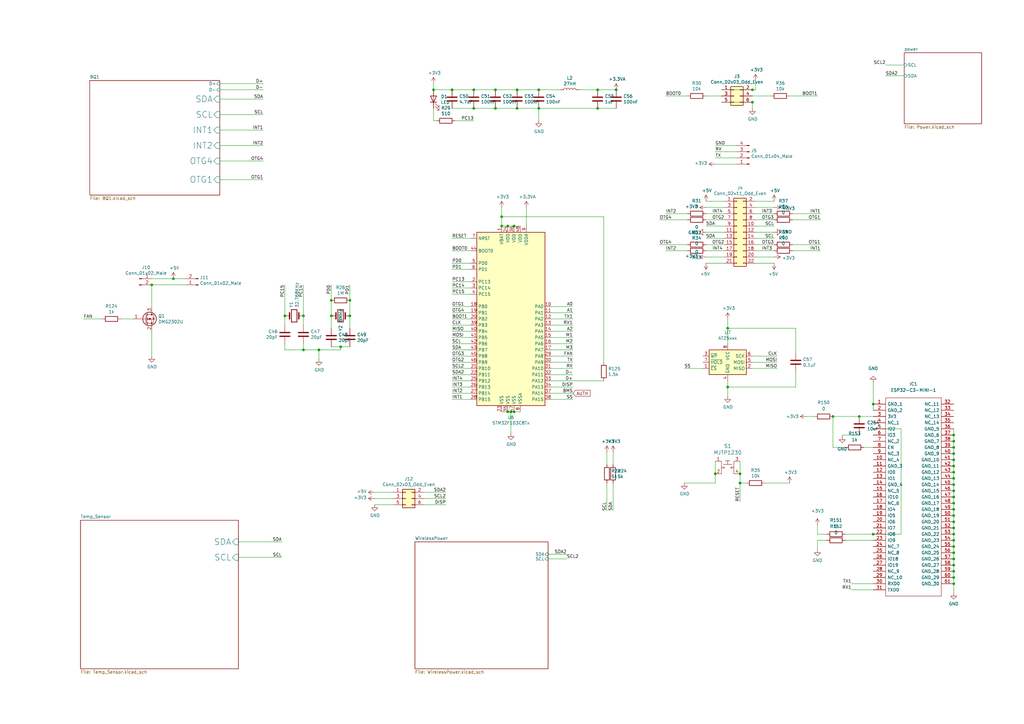
<source format=kicad_sch>
(kicad_sch (version 20211123) (generator eeschema)
  (paper "A3")
  (lib_symbols
    (symbol "Connector:Conn_01x02_Male" (pin_names (offset 1.016) hide)
      (property "Reference" "J" (at 0 2.54 0))
      (property "Value" "Conn_01x02_Male" (at 0 -5.08 0))
      (symbol "Conn_01x02_Male_1_1"
        (pin passive line (at 5.08 0 180) (length 3.81) (name "Pin_1") (number "1"))
        (pin passive line (at 5.08 -2.54 180) (length 3.81) (name "Pin_2") (number "2"))
      )
    )
    (symbol "Connector:Conn_01x04_Male" (pin_names (offset 1.016) hide)
      (property "Reference" "J" (at 0 5.08 0))
      (property "Value" "Conn_01x04_Male" (at 0 -7.62 0))
      (symbol "Conn_01x04_Male_1_1"
        (pin passive line (at 5.08 2.54 180) (length 3.81) (name "Pin_1") (number "1"))
        (pin passive line (at 5.08 0 180) (length 3.81) (name "Pin_2") (number "2"))
        (pin passive line (at 5.08 -2.54 180) (length 3.81) (name "Pin_3") (number "3"))
        (pin passive line (at 5.08 -5.08 180) (length 3.81) (name "Pin_4") (number "4"))
      )
    )
    (symbol "Connector_Generic:Conn_02x03_Odd_Even" (pin_names (offset 1.016) hide)
      (property "Reference" "J" (at 1.27 5.08 0))
      (property "Value" "Conn_02x03_Odd_Even" (at 1.27 -5.08 0))
      (symbol "Conn_02x03_Odd_Even_1_1"
        (pin passive line (at -5.08 2.54 0) (length 3.81) (name "Pin_1") (number "1"))
        (pin passive line (at 7.62 2.54 180) (length 3.81) (name "Pin_2") (number "2"))
        (pin passive line (at -5.08 0 0) (length 3.81) (name "Pin_3") (number "3"))
        (pin passive line (at 7.62 0 180) (length 3.81) (name "Pin_4") (number "4"))
        (pin passive line (at -5.08 -2.54 0) (length 3.81) (name "Pin_5") (number "5"))
        (pin passive line (at 7.62 -2.54 180) (length 3.81) (name "Pin_6") (number "6"))
      )
    )
    (symbol "Connector_Generic:Conn_02x11_Odd_Even" (pin_names (offset 1.016) hide)
      (property "Reference" "J" (at 1.27 15.24 0))
      (property "Value" "Conn_02x11_Odd_Even" (at 1.27 -15.24 0))
      (symbol "Conn_02x11_Odd_Even_1_1"
        (pin passive line (at -5.08 12.7 0) (length 3.81) (name "Pin_1") (number "1"))
        (pin passive line (at 7.62 2.54 180) (length 3.81) (name "Pin_10") (number "10"))
        (pin passive line (at -5.08 0 0) (length 3.81) (name "Pin_11") (number "11"))
        (pin passive line (at 7.62 0 180) (length 3.81) (name "Pin_12") (number "12"))
        (pin passive line (at -5.08 -2.54 0) (length 3.81) (name "Pin_13") (number "13"))
        (pin passive line (at 7.62 -2.54 180) (length 3.81) (name "Pin_14") (number "14"))
        (pin passive line (at -5.08 -5.08 0) (length 3.81) (name "Pin_15") (number "15"))
        (pin passive line (at 7.62 -5.08 180) (length 3.81) (name "Pin_16") (number "16"))
        (pin passive line (at -5.08 -7.62 0) (length 3.81) (name "Pin_17") (number "17"))
        (pin passive line (at 7.62 -7.62 180) (length 3.81) (name "Pin_18") (number "18"))
        (pin passive line (at -5.08 -10.16 0) (length 3.81) (name "Pin_19") (number "19"))
        (pin passive line (at 7.62 12.7 180) (length 3.81) (name "Pin_2") (number "2"))
        (pin passive line (at 7.62 -10.16 180) (length 3.81) (name "Pin_20") (number "20"))
        (pin passive line (at -5.08 -12.7 0) (length 3.81) (name "Pin_21") (number "21"))
        (pin passive line (at 7.62 -12.7 180) (length 3.81) (name "Pin_22") (number "22"))
        (pin passive line (at -5.08 10.16 0) (length 3.81) (name "Pin_3") (number "3"))
        (pin passive line (at 7.62 10.16 180) (length 3.81) (name "Pin_4") (number "4"))
        (pin passive line (at -5.08 7.62 0) (length 3.81) (name "Pin_5") (number "5"))
        (pin passive line (at 7.62 7.62 180) (length 3.81) (name "Pin_6") (number "6"))
        (pin passive line (at -5.08 5.08 0) (length 3.81) (name "Pin_7") (number "7"))
        (pin passive line (at 7.62 5.08 180) (length 3.81) (name "Pin_8") (number "8"))
        (pin passive line (at -5.08 2.54 0) (length 3.81) (name "Pin_9") (number "9"))
      )
    )
    (symbol "Device:C" (pin_numbers hide) (pin_names (offset 0.254))
      (property "Reference" "C" (at 0.635 2.54 0))
      (property "Value" "C" (at 0.635 -2.54 0))
      (symbol "C_1_1"
        (pin passive line (at 0 3.81 270) (length 2.794) (name "~") (number "1"))
        (pin passive line (at 0 -3.81 90) (length 2.794) (name "~") (number "2"))
      )
    )
    (symbol "Device:Crystal" (pin_numbers hide) (pin_names (offset 1.016) hide)
      (property "Reference" "Y" (at 0 3.81 0))
      (property "Value" "Crystal" (at 0 -3.81 0))
      (symbol "Crystal_1_1"
        (pin passive line (at -3.81 0 0) (length 1.27) (name "1") (number "1"))
        (pin passive line (at 3.81 0 180) (length 1.27) (name "2") (number "2"))
      )
    )
    (symbol "Device:L" (pin_numbers hide) (pin_names (offset 1.016) hide)
      (property "Reference" "L" (at -1.27 0 90))
      (property "Value" "L" (at 1.905 0 90))
      (symbol "L_1_1"
        (pin passive line (at 0 3.81 270) (length 1.27) (name "1") (number "1"))
        (pin passive line (at 0 -3.81 90) (length 1.27) (name "2") (number "2"))
      )
    )
    (symbol "Device:LED" (pin_numbers hide) (pin_names (offset 1.016) hide)
      (property "Reference" "D" (at 0 2.54 0))
      (property "Value" "LED" (at 0 -2.54 0))
      (symbol "LED_1_1"
        (pin passive line (at -3.81 0 0) (length 2.54) (name "K") (number "1"))
        (pin passive line (at 3.81 0 180) (length 2.54) (name "A") (number "2"))
      )
    )
    (symbol "Device:R" (pin_numbers hide) (pin_names (offset 0))
      (property "Reference" "R" (at 2.032 0 90))
      (property "Value" "R" (at 0 0 90))
      (symbol "R_1_1"
        (pin passive line (at 0 3.81 270) (length 1.27) (name "~") (number "1"))
        (pin passive line (at 0 -3.81 90) (length 1.27) (name "~") (number "2"))
      )
    )
    (symbol "MCU_ST_STM32F1:STM32F103C8Tx"
      (property "Reference" "U" (at -15.24 36.83 0))
      (property "Value" "STM32F103C8Tx" (at 7.62 36.83 0))
      (symbol "STM32F103C8Tx_1_1"
        (pin power_in line (at -5.08 38.1 270) (length 2.54) (name "VBAT") (number "1"))
        (pin bidirectional line (at 15.24 5.08 180) (length 2.54) (name "PA0") (number "10"))
        (pin bidirectional line (at 15.24 2.54 180) (length 2.54) (name "PA1") (number "11"))
        (pin bidirectional line (at 15.24 0 180) (length 2.54) (name "PA2") (number "12"))
        (pin bidirectional line (at 15.24 -2.54 180) (length 2.54) (name "PA3") (number "13"))
        (pin bidirectional line (at 15.24 -5.08 180) (length 2.54) (name "PA4") (number "14"))
        (pin bidirectional line (at 15.24 -7.62 180) (length 2.54) (name "PA5") (number "15"))
        (pin bidirectional line (at 15.24 -10.16 180) (length 2.54) (name "PA6") (number "16"))
        (pin bidirectional line (at 15.24 -12.7 180) (length 2.54) (name "PA7") (number "17"))
        (pin bidirectional line (at -17.78 5.08 0) (length 2.54) (name "PB0") (number "18"))
        (pin bidirectional line (at -17.78 2.54 0) (length 2.54) (name "PB1") (number "19"))
        (pin bidirectional line (at -17.78 15.24 0) (length 2.54) (name "PC13") (number "2"))
        (pin bidirectional line (at -17.78 0 0) (length 2.54) (name "PB2") (number "20"))
        (pin bidirectional line (at -17.78 -20.32 0) (length 2.54) (name "PB10") (number "21"))
        (pin bidirectional line (at -17.78 -22.86 0) (length 2.54) (name "PB11") (number "22"))
        (pin power_in line (at -5.08 -38.1 90) (length 2.54) (name "VSS") (number "23"))
        (pin power_in line (at -2.54 38.1 270) (length 2.54) (name "VDD") (number "24"))
        (pin bidirectional line (at -17.78 -25.4 0) (length 2.54) (name "PB12") (number "25"))
        (pin bidirectional line (at -17.78 -27.94 0) (length 2.54) (name "PB13") (number "26"))
        (pin bidirectional line (at -17.78 -30.48 0) (length 2.54) (name "PB14") (number "27"))
        (pin bidirectional line (at -17.78 -33.02 0) (length 2.54) (name "PB15") (number "28"))
        (pin bidirectional line (at 15.24 -15.24 180) (length 2.54) (name "PA8") (number "29"))
        (pin bidirectional line (at -17.78 12.7 0) (length 2.54) (name "PC14") (number "3"))
        (pin bidirectional line (at 15.24 -17.78 180) (length 2.54) (name "PA9") (number "30"))
        (pin bidirectional line (at 15.24 -20.32 180) (length 2.54) (name "PA10") (number "31"))
        (pin bidirectional line (at 15.24 -22.86 180) (length 2.54) (name "PA11") (number "32"))
        (pin bidirectional line (at 15.24 -25.4 180) (length 2.54) (name "PA12") (number "33"))
        (pin bidirectional line (at 15.24 -27.94 180) (length 2.54) (name "PA13") (number "34"))
        (pin power_in line (at -2.54 -38.1 90) (length 2.54) (name "VSS") (number "35"))
        (pin power_in line (at 0 38.1 270) (length 2.54) (name "VDD") (number "36"))
        (pin bidirectional line (at 15.24 -30.48 180) (length 2.54) (name "PA14") (number "37"))
        (pin bidirectional line (at 15.24 -33.02 180) (length 2.54) (name "PA15") (number "38"))
        (pin bidirectional line (at -17.78 -2.54 0) (length 2.54) (name "PB3") (number "39"))
        (pin bidirectional line (at -17.78 10.16 0) (length 2.54) (name "PC15") (number "4"))
        (pin bidirectional line (at -17.78 -5.08 0) (length 2.54) (name "PB4") (number "40"))
        (pin bidirectional line (at -17.78 -7.62 0) (length 2.54) (name "PB5") (number "41"))
        (pin bidirectional line (at -17.78 -10.16 0) (length 2.54) (name "PB6") (number "42"))
        (pin bidirectional line (at -17.78 -12.7 0) (length 2.54) (name "PB7") (number "43"))
        (pin input line (at -17.78 27.94 0) (length 2.54) (name "BOOT0") (number "44"))
        (pin bidirectional line (at -17.78 -15.24 0) (length 2.54) (name "PB8") (number "45"))
        (pin bidirectional line (at -17.78 -17.78 0) (length 2.54) (name "PB9") (number "46"))
        (pin power_in line (at 0 -38.1 90) (length 2.54) (name "VSS") (number "47"))
        (pin power_in line (at 2.54 38.1 270) (length 2.54) (name "VDD") (number "48"))
        (pin input line (at -17.78 22.86 0) (length 2.54) (name "PD0") (number "5"))
        (pin input line (at -17.78 20.32 0) (length 2.54) (name "PD1") (number "6"))
        (pin input line (at -17.78 33.02 0) (length 2.54) (name "NRST") (number "7"))
        (pin power_in line (at 2.54 -38.1 90) (length 2.54) (name "VSSA") (number "8"))
        (pin power_in line (at 5.08 38.1 270) (length 2.54) (name "VDDA") (number "9"))
      )
    )
    (symbol "Memory_EEPROM:AT25xxx"
      (property "Reference" "U" (at -7.62 6.35 0))
      (property "Value" "AT25xxx" (at 2.54 -6.35 0))
      (symbol "AT25xxx_1_1"
        (pin input line (at -10.16 -2.54 0) (length 2.54) (name "~{CS}") (number "1"))
        (pin tri_state line (at 10.16 -2.54 180) (length 2.54) (name "MISO") (number "2"))
        (pin input line (at -10.16 2.54 0) (length 2.54) (name "~{WP}") (number "3"))
        (pin power_in line (at 0 -7.62 90) (length 2.54) (name "GND") (number "4"))
        (pin input line (at 10.16 0 180) (length 2.54) (name "MOSI") (number "5"))
        (pin input line (at 10.16 2.54 180) (length 2.54) (name "SCK") (number "6"))
        (pin input line (at -10.16 0 0) (length 2.54) (name "~{HOLD}") (number "7"))
        (pin power_in line (at 0 7.62 270) (length 2.54) (name "VCC") (number "8"))
      )
    )
    (symbol "PowerBank-V0.2-rescue:MJTP1230-dk_Tactile-Switches" (pin_names (offset 1.016))
      (property "Reference" "S" (at 0 5.08 0))
      (property "Value" "MJTP1230-dk_Tactile-Switches" (at 0 -5.08 0))
      (symbol "MJTP1230-dk_Tactile-Switches_1_1"
        (pin passive line (at -5.08 2.54 0) (length 2.54) (name "~") (number "1"))
        (pin passive line (at -5.08 -2.54 0) (length 2.54) (name "~") (number "2"))
        (pin passive line (at 5.08 2.54 180) (length 2.54) (name "~") (number "3"))
        (pin passive line (at 5.08 -2.54 180) (length 2.54) (name "~") (number "4"))
      )
    )
    (symbol "PowerBankV0.2:ESP32-C3-MINI-1" (pin_names (offset 0.762))
      (property "Reference" "IC" (at 29.21 7.62 0))
      (property "Value" "ESP32-C3-MINI-1" (at 29.21 5.08 0))
      (symbol "ESP32-C3-MINI-1_0_0"
        (pin passive line (at 0 0 0) (length 5.08) (name "GND_1") (number "1"))
        (pin passive line (at 0 -22.86 0) (length 5.08) (name "NC_4") (number "10"))
        (pin passive line (at 0 -25.4 0) (length 5.08) (name "GND_3") (number "11"))
        (pin passive line (at 0 -27.94 0) (length 5.08) (name "IO0") (number "12"))
        (pin passive line (at 0 -30.48 0) (length 5.08) (name "IO1") (number "13"))
        (pin passive line (at 0 -33.02 0) (length 5.08) (name "GND_4") (number "14"))
        (pin passive line (at 0 -35.56 0) (length 5.08) (name "NC_5") (number "15"))
        (pin passive line (at 0 -38.1 0) (length 5.08) (name "IO10") (number "16"))
        (pin passive line (at 0 -40.64 0) (length 5.08) (name "NC_6") (number "17"))
        (pin passive line (at 0 -43.18 0) (length 5.08) (name "IO4") (number "18"))
        (pin passive line (at 0 -45.72 0) (length 5.08) (name "IO5") (number "19"))
        (pin passive line (at 0 -2.54 0) (length 5.08) (name "GND_2") (number "2"))
        (pin passive line (at 0 -48.26 0) (length 5.08) (name "IO6") (number "20"))
        (pin passive line (at 0 -50.8 0) (length 5.08) (name "IO7") (number "21"))
        (pin passive line (at 0 -53.34 0) (length 5.08) (name "IO8") (number "22"))
        (pin passive line (at 0 -55.88 0) (length 5.08) (name "IO9") (number "23"))
        (pin passive line (at 0 -58.42 0) (length 5.08) (name "NC_7") (number "24"))
        (pin passive line (at 0 -60.96 0) (length 5.08) (name "NC_8") (number "25"))
        (pin passive line (at 0 -63.5 0) (length 5.08) (name "IO18") (number "26"))
        (pin passive line (at 0 -66.04 0) (length 5.08) (name "IO19") (number "27"))
        (pin passive line (at 0 -68.58 0) (length 5.08) (name "NC_9") (number "28"))
        (pin passive line (at 0 -71.12 0) (length 5.08) (name "NC_10") (number "29"))
        (pin passive line (at 0 -5.08 0) (length 5.08) (name "3V3") (number "3"))
        (pin passive line (at 0 -73.66 0) (length 5.08) (name "RXD0") (number "30"))
        (pin passive line (at 0 -76.2 0) (length 5.08) (name "TXD0") (number "31"))
        (pin passive line (at 33.02 0 180) (length 5.08) (name "NC_11") (number "32"))
        (pin passive line (at 33.02 -2.54 180) (length 5.08) (name "NC_12") (number "33"))
        (pin passive line (at 33.02 -5.08 180) (length 5.08) (name "NC_13") (number "34"))
        (pin passive line (at 33.02 -7.62 180) (length 5.08) (name "NC_14") (number "35"))
        (pin passive line (at 33.02 -10.16 180) (length 5.08) (name "GND_5") (number "36"))
        (pin passive line (at 33.02 -12.7 180) (length 5.08) (name "GND_6") (number "37"))
        (pin passive line (at 33.02 -15.24 180) (length 5.08) (name "GND_7") (number "38"))
        (pin passive line (at 33.02 -17.78 180) (length 5.08) (name "GND_8") (number "39"))
        (pin passive line (at 0 -7.62 0) (length 5.08) (name "NC_1") (number "4"))
        (pin passive line (at 33.02 -20.32 180) (length 5.08) (name "GND_9") (number "40"))
        (pin passive line (at 33.02 -22.86 180) (length 5.08) (name "GND_10") (number "41"))
        (pin passive line (at 33.02 -25.4 180) (length 5.08) (name "GND_11") (number "42"))
        (pin passive line (at 33.02 -27.94 180) (length 5.08) (name "GND_12") (number "43"))
        (pin passive line (at 33.02 -30.48 180) (length 5.08) (name "GND_13") (number "44"))
        (pin passive line (at 33.02 -33.02 180) (length 5.08) (name "GND_14") (number "45"))
        (pin passive line (at 33.02 -35.56 180) (length 5.08) (name "GND_15") (number "46"))
        (pin passive line (at 33.02 -38.1 180) (length 5.08) (name "GND_16") (number "47"))
        (pin passive line (at 33.02 -40.64 180) (length 5.08) (name "GND_17") (number "48"))
        (pin passive line (at 33.02 -43.18 180) (length 5.08) (name "GND_18") (number "49"))
        (pin passive line (at 0 -10.16 0) (length 5.08) (name "IO2") (number "5"))
        (pin passive line (at 33.02 -45.72 180) (length 5.08) (name "GND_19") (number "50"))
        (pin passive line (at 33.02 -48.26 180) (length 5.08) (name "GND_20") (number "51"))
        (pin passive line (at 33.02 -50.8 180) (length 5.08) (name "GND_21") (number "52"))
        (pin passive line (at 33.02 -53.34 180) (length 5.08) (name "GND_22") (number "53"))
        (pin passive line (at 33.02 -55.88 180) (length 5.08) (name "GND_23") (number "54"))
        (pin passive line (at 33.02 -58.42 180) (length 5.08) (name "GND_24") (number "55"))
        (pin passive line (at 33.02 -60.96 180) (length 5.08) (name "GND_25") (number "56"))
        (pin passive line (at 33.02 -63.5 180) (length 5.08) (name "GND_26") (number "57"))
        (pin passive line (at 33.02 -66.04 180) (length 5.08) (name "GND_27") (number "58"))
        (pin passive line (at 33.02 -68.58 180) (length 5.08) (name "GND_28") (number "59"))
        (pin passive line (at 0 -12.7 0) (length 5.08) (name "IO3") (number "6"))
        (pin passive line (at 33.02 -71.12 180) (length 5.08) (name "GND_29") (number "60"))
        (pin passive line (at 33.02 -73.66 180) (length 5.08) (name "GND_30") (number "61"))
        (pin passive line (at 0 -15.24 0) (length 5.08) (name "NC_2") (number "7"))
        (pin passive line (at 0 -17.78 0) (length 5.08) (name "EN") (number "8"))
        (pin passive line (at 0 -20.32 0) (length 5.08) (name "NC_3") (number "9"))
      )
    )
    (symbol "Transistor_FET:DMG2302U" (pin_names hide)
      (property "Reference" "Q" (at 5.08 1.905 0))
      (property "Value" "DMG2302U" (at 5.08 0 0))
      (symbol "DMG2302U_1_1"
        (pin input line (at -5.08 0 0) (length 2.54) (name "G") (number "1"))
        (pin passive line (at 2.54 -5.08 90) (length 2.54) (name "S") (number "2"))
        (pin passive line (at 2.54 5.08 270) (length 2.54) (name "D") (number "3"))
      )
    )
    (symbol "power:+3.3V" (power) (pin_names (offset 0))
      (property "Value" "+3.3V" (at 0 3.556 0))
      (symbol "+3.3V_1_1"
        (pin power_in line (at 0 0 90) (length 0) hide (name "+3V3") (number "1"))
      )
    )
    (symbol "power:+3.3VA" (power) (pin_names (offset 0))
      (property "Value" "+3.3VA" (at 0 3.556 0))
      (symbol "+3.3VA_1_1"
        (pin power_in line (at 0 0 90) (length 0) hide (name "+3.3VA") (number "1"))
      )
    )
    (symbol "power:+5V" (power) (pin_names (offset 0))
      (property "Value" "+5V" (at 0 3.556 0))
      (symbol "+5V_1_1"
        (pin power_in line (at 0 0 90) (length 0) hide (name "+5V") (number "1"))
      )
    )
    (symbol "power:GND" (power) (pin_names (offset 0))
      (property "Value" "GND" (at 0 -3.81 0))
      (symbol "GND_1_1"
        (pin power_in line (at 0 0 270) (length 0) hide (name "GND") (number "1"))
      )
    )
  )
  (junction (at 135.89 123.19))
  (junction (at 391.16 191.135))
  (junction (at 391.16 239.395))
  (junction (at 116.84 129.54))
  (junction (at 245.11 36.83))
  (junction (at 245.11 44.45))
  (junction (at 391.16 203.835))
  (junction (at 308.61 36.83))
  (junction (at 391.16 231.775))
  (junction (at 391.16 193.675))
  (junction (at 391.16 219.075))
  (junction (at 293.37 194.31))
  (junction (at 391.16 213.995))
  (junction (at 352.425 170.815))
  (junction (at 298.45 134.62))
  (junction (at 194.31 44.45))
  (junction (at 391.16 198.755))
  (junction (at 391.16 224.155))
  (junction (at 143.51 129.54))
  (junction (at 205.74 88.9))
  (junction (at 124.46 129.54))
  (junction (at 177.8 36.83))
  (junction (at 303.53 198.12))
  (junction (at 194.31 36.83))
  (junction (at 391.16 201.295))
  (junction (at 391.16 188.595))
  (junction (at 203.2 44.45))
  (junction (at 391.16 226.695))
  (junction (at 391.16 221.615))
  (junction (at 391.16 206.375))
  (junction (at 391.16 178.435))
  (junction (at 391.16 186.055))
  (junction (at 391.16 208.915))
  (junction (at 391.16 236.855))
  (junction (at 139.7 142.24))
  (junction (at 208.28 168.91))
  (junction (at 208.28 92.71))
  (junction (at 124.46 143.51))
  (junction (at 391.16 183.515))
  (junction (at 209.55 168.91))
  (junction (at 308.61 41.91))
  (junction (at 185.42 36.83))
  (junction (at 303.53 194.31))
  (junction (at 210.82 92.71))
  (junction (at 205.74 92.71))
  (junction (at 143.51 123.19))
  (junction (at 298.45 158.75))
  (junction (at 391.16 180.975))
  (junction (at 220.98 36.83))
  (junction (at 358.14 219.075))
  (junction (at 135.89 129.54))
  (junction (at 71.12 114.3))
  (junction (at 391.16 234.315))
  (junction (at 212.09 44.45))
  (junction (at 220.98 44.45))
  (junction (at 210.82 168.91))
  (junction (at 391.16 229.235))
  (junction (at 391.16 211.455))
  (junction (at 341.63 170.815))
  (junction (at 203.2 36.83))
  (junction (at 130.81 143.51))
  (junction (at 62.23 116.84))
  (junction (at 391.16 196.215))
  (junction (at 212.09 36.83))
  (junction (at 391.16 216.535))
  (junction (at 252.73 36.83))
  (junction (at 358.14 165.735))
  (wire (pts (xy 193.04 107.95) (xy 185.42 107.95)))
  (wire (pts (xy 289.56 100.33) (xy 297.18 100.33)))
  (wire (pts (xy 391.16 196.215) (xy 391.16 198.755)))
  (wire (pts (xy 245.11 36.83) (xy 252.73 36.83)))
  (wire (pts (xy 226.06 151.13) (xy 234.95 151.13)))
  (wire (pts (xy 193.04 146.05) (xy 185.42 146.05)))
  (wire (pts (xy 289.56 87.63) (xy 297.18 87.63)))
  (wire (pts (xy 124.46 133.35) (xy 124.46 129.54)))
  (wire (pts (xy 313.69 198.12) (xy 323.85 198.12)))
  (wire (pts (xy 135.89 129.54) (xy 135.89 123.19)))
  (wire (pts (xy 391.16 219.075) (xy 391.16 221.615)))
  (wire (pts (xy 116.84 133.35) (xy 116.84 129.54)))
  (wire (pts (xy 213.36 168.91) (xy 210.82 168.91)))
  (wire (pts (xy 209.55 168.91) (xy 208.28 168.91)))
  (wire (pts (xy 303.53 194.31) (xy 303.53 198.12)))
  (wire (pts (xy 391.16 178.435) (xy 391.16 180.975)))
  (wire (pts (xy 335.28 219.075) (xy 335.28 215.265)))
  (wire (pts (xy 177.8 36.83) (xy 185.42 36.83)))
  (wire (pts (xy 212.09 36.83) (xy 220.98 36.83)))
  (wire (pts (xy 281.94 87.63) (xy 273.05 87.63)))
  (wire (pts (xy 303.53 198.12) (xy 303.53 205.74)))
  (wire (pts (xy 358.14 165.735) (xy 358.14 168.275)))
  (wire (pts (xy 289.56 97.79) (xy 297.18 97.79)))
  (wire (pts (xy 226.06 158.75) (xy 234.95 158.75)))
  (wire (pts (xy 76.2 114.3) (xy 71.12 114.3)))
  (wire (pts (xy 226.06 133.35) (xy 234.95 133.35)))
  (wire (pts (xy 369.57 175.895) (xy 358.14 175.895)))
  (wire (pts (xy 308.61 41.91) (xy 308.61 44.45)))
  (wire (pts (xy 193.04 118.11) (xy 185.42 118.11)))
  (wire (pts (xy 281.94 90.17) (xy 270.51 90.17)))
  (wire (pts (xy 208.28 92.71) (xy 210.82 92.71)))
  (wire (pts (xy 203.2 44.45) (xy 194.31 44.45)))
  (wire (pts (xy 303.53 198.12) (xy 306.07 198.12)))
  (wire (pts (xy 224.79 229.235) (xy 232.41 229.235)))
  (wire (pts (xy 186.69 49.53) (xy 194.31 49.53)))
  (wire (pts (xy 124.46 143.51) (xy 130.81 143.51)))
  (wire (pts (xy 293.37 194.31) (xy 293.37 198.12)))
  (wire (pts (xy 288.29 151.13) (xy 280.67 151.13)))
  (wire (pts (xy 325.12 102.87) (xy 336.55 102.87)))
  (wire (pts (xy 143.51 129.54) (xy 143.51 123.19)))
  (wire (pts (xy 116.84 140.97) (xy 116.84 143.51)))
  (wire (pts (xy 177.8 34.29) (xy 177.8 36.83)))
  (wire (pts (xy 326.39 134.62) (xy 298.45 134.62)))
  (wire (pts (xy 161.29 207.01) (xy 153.67 207.01)))
  (wire (pts (xy 391.16 198.755) (xy 391.16 201.295)))
  (wire (pts (xy 41.91 130.81) (xy 34.29 130.81)))
  (wire (pts (xy 208.28 168.91) (xy 205.74 168.91)))
  (wire (pts (xy 226.06 153.67) (xy 234.95 153.67)))
  (wire (pts (xy 295.91 39.37) (xy 289.56 39.37)))
  (wire (pts (xy 335.28 221.615) (xy 335.28 225.425)))
  (wire (pts (xy 226.06 148.59) (xy 234.95 148.59)))
  (wire (pts (xy 391.16 203.835) (xy 391.16 206.375)))
  (wire (pts (xy 90.17 59.69) (xy 107.95 59.69)))
  (wire (pts (xy 226.06 128.27) (xy 234.95 128.27)))
  (wire (pts (xy 325.12 100.33) (xy 336.55 100.33)))
  (wire (pts (xy 247.65 88.9) (xy 205.74 88.9)))
  (wire (pts (xy 193.04 158.75) (xy 185.42 158.75)))
  (wire (pts (xy 193.04 120.65) (xy 185.42 120.65)))
  (wire (pts (xy 308.61 36.83) (xy 309.88 36.83)))
  (wire (pts (xy 326.39 152.4) (xy 326.39 158.75)))
  (wire (pts (xy 281.94 39.37) (xy 273.05 39.37)))
  (wire (pts (xy 391.16 186.055) (xy 391.16 188.595)))
  (wire (pts (xy 391.16 221.615) (xy 391.16 224.155)))
  (wire (pts (xy 289.56 95.25) (xy 297.18 95.25)))
  (wire (pts (xy 391.16 239.395) (xy 391.16 243.205)))
  (wire (pts (xy 309.88 105.41) (xy 317.5 105.41)))
  (wire (pts (xy 139.7 143.51) (xy 139.7 142.24)))
  (wire (pts (xy 124.46 143.51) (xy 124.46 140.97)))
  (wire (pts (xy 391.16 188.595) (xy 391.16 191.135)))
  (wire (pts (xy 369.57 219.075) (xy 369.57 175.895)))
  (wire (pts (xy 193.04 151.13) (xy 185.42 151.13)))
  (wire (pts (xy 143.51 134.62) (xy 143.51 129.54)))
  (wire (pts (xy 54.61 130.81) (xy 49.53 130.81)))
  (wire (pts (xy 90.17 53.34) (xy 107.95 53.34)))
  (wire (pts (xy 326.39 144.78) (xy 326.39 134.62)))
  (wire (pts (xy 308.61 146.05) (xy 318.77 146.05)))
  (wire (pts (xy 358.14 219.075) (xy 369.57 219.075)))
  (wire (pts (xy 185.42 36.83) (xy 194.31 36.83)))
  (wire (pts (xy 391.16 191.135) (xy 391.16 193.675)))
  (wire (pts (xy 205.74 88.9) (xy 205.74 85.09)))
  (wire (pts (xy 130.81 143.51) (xy 139.7 143.51)))
  (wire (pts (xy 193.04 135.89) (xy 185.42 135.89)))
  (wire (pts (xy 205.74 92.71) (xy 205.74 88.9)))
  (wire (pts (xy 177.8 44.45) (xy 177.8 49.53)))
  (wire (pts (xy 370.84 31.115) (xy 363.22 31.115)))
  (wire (pts (xy 302.26 67.31) (xy 293.37 67.31)))
  (wire (pts (xy 339.09 219.075) (xy 335.28 219.075)))
  (wire (pts (xy 248.92 198.12) (xy 248.92 209.55)))
  (wire (pts (xy 90.17 73.66) (xy 107.95 73.66)))
  (wire (pts (xy 135.89 134.62) (xy 135.89 129.54)))
  (wire (pts (xy 193.04 102.87) (xy 185.42 102.87)))
  (wire (pts (xy 289.56 82.55) (xy 297.18 82.55)))
  (wire (pts (xy 295.91 36.83) (xy 308.61 36.83)))
  (wire (pts (xy 97.79 228.6) (xy 115.57 228.6)))
  (wire (pts (xy 237.49 36.83) (xy 245.11 36.83)))
  (wire (pts (xy 391.16 216.535) (xy 391.16 219.075)))
  (wire (pts (xy 248.92 190.5) (xy 248.92 185.42)))
  (wire (pts (xy 90.17 40.64) (xy 107.95 40.64)))
  (wire (pts (xy 391.16 213.995) (xy 391.16 216.535)))
  (wire (pts (xy 345.44 178.435) (xy 345.44 179.07)))
  (wire (pts (xy 302.26 62.23) (xy 293.37 62.23)))
  (wire (pts (xy 391.16 206.375) (xy 391.16 208.915)))
  (wire (pts (xy 298.45 156.21) (xy 298.45 158.75)))
  (wire (pts (xy 298.45 134.62) (xy 298.45 130.81)))
  (wire (pts (xy 62.23 116.84) (xy 76.2 116.84)))
  (wire (pts (xy 289.56 90.17) (xy 297.18 90.17)))
  (wire (pts (xy 193.04 115.57) (xy 185.42 115.57)))
  (wire (pts (xy 161.29 201.93) (xy 153.67 201.93)))
  (wire (pts (xy 143.51 142.24) (xy 139.7 142.24)))
  (wire (pts (xy 308.61 39.37) (xy 316.23 39.37)))
  (wire (pts (xy 212.09 44.45) (xy 203.2 44.45)))
  (wire (pts (xy 62.23 114.3) (xy 71.12 114.3)))
  (wire (pts (xy 295.91 41.91) (xy 308.61 41.91)))
  (wire (pts (xy 193.04 133.35) (xy 185.42 133.35)))
  (wire (pts (xy 391.16 236.855) (xy 391.16 239.395)))
  (wire (pts (xy 298.45 140.97) (xy 298.45 134.62)))
  (wire (pts (xy 391.16 229.235) (xy 391.16 231.775)))
  (wire (pts (xy 193.04 153.67) (xy 185.42 153.67)))
  (wire (pts (xy 349.25 241.935) (xy 358.14 241.935)))
  (wire (pts (xy 354.33 183.515) (xy 358.14 183.515)))
  (wire (pts (xy 226.06 161.29) (xy 234.95 161.29)))
  (wire (pts (xy 173.99 201.93) (xy 182.88 201.93)))
  (wire (pts (xy 309.88 90.17) (xy 317.5 90.17)))
  (wire (pts (xy 391.16 226.695) (xy 391.16 229.235)))
  (wire (pts (xy 309.88 87.63) (xy 317.5 87.63)))
  (wire (pts (xy 90.17 36.83) (xy 107.95 36.83)))
  (wire (pts (xy 302.26 64.77) (xy 293.37 64.77)))
  (wire (pts (xy 281.94 100.33) (xy 270.51 100.33)))
  (wire (pts (xy 281.94 102.87) (xy 273.05 102.87)))
  (wire (pts (xy 309.88 107.95) (xy 317.5 107.95)))
  (wire (pts (xy 352.425 178.435) (xy 345.44 178.435)))
  (wire (pts (xy 309.88 95.25) (xy 317.5 95.25)))
  (wire (pts (xy 302.26 59.69) (xy 293.37 59.69)))
  (wire (pts (xy 62.23 116.84) (xy 62.23 125.73)))
  (wire (pts (xy 341.63 170.815) (xy 352.425 170.815)))
  (wire (pts (xy 226.06 143.51) (xy 234.95 143.51)))
  (wire (pts (xy 391.16 183.515) (xy 391.16 186.055)))
  (wire (pts (xy 252.73 44.45) (xy 245.11 44.45)))
  (wire (pts (xy 289.56 92.71) (xy 297.18 92.71)))
  (wire (pts (xy 226.06 135.89) (xy 234.95 135.89)))
  (wire (pts (xy 289.56 107.95) (xy 297.18 107.95)))
  (wire (pts (xy 391.16 208.915) (xy 391.16 211.455)))
  (wire (pts (xy 116.84 143.51) (xy 124.46 143.51)))
  (wire (pts (xy 135.89 123.19) (xy 135.89 116.84)))
  (wire (pts (xy 226.06 140.97) (xy 234.95 140.97)))
  (wire (pts (xy 325.12 90.17) (xy 336.55 90.17)))
  (wire (pts (xy 391.16 224.155) (xy 391.16 226.695)))
  (wire (pts (xy 224.79 227.33) (xy 232.41 227.33)))
  (wire (pts (xy 391.16 180.975) (xy 391.16 183.515)))
  (wire (pts (xy 309.88 100.33) (xy 317.5 100.33)))
  (wire (pts (xy 325.12 87.63) (xy 336.55 87.63)))
  (wire (pts (xy 346.71 183.515) (xy 341.63 183.515)))
  (wire (pts (xy 193.04 156.21) (xy 185.42 156.21)))
  (wire (pts (xy 226.06 138.43) (xy 234.95 138.43)))
  (wire (pts (xy 220.98 49.53) (xy 220.98 44.45)))
  (wire (pts (xy 293.37 189.23) (xy 293.37 194.31)))
  (wire (pts (xy 247.65 148.59) (xy 247.65 88.9)))
  (wire (pts (xy 205.74 92.71) (xy 208.28 92.71)))
  (wire (pts (xy 349.25 239.395) (xy 358.14 239.395)))
  (wire (pts (xy 309.88 92.71) (xy 317.5 92.71)))
  (wire (pts (xy 124.46 129.54) (xy 124.46 116.84)))
  (wire (pts (xy 226.06 156.21) (xy 247.65 156.21)))
  (wire (pts (xy 391.16 201.295) (xy 391.16 203.835)))
  (wire (pts (xy 352.425 170.815) (xy 358.14 170.815)))
  (wire (pts (xy 173.99 207.01) (xy 182.88 207.01)))
  (wire (pts (xy 251.46 198.12) (xy 251.46 209.55)))
  (wire (pts (xy 245.11 44.45) (xy 220.98 44.45)))
  (wire (pts (xy 326.39 158.75) (xy 298.45 158.75)))
  (wire (pts (xy 193.04 163.83) (xy 185.42 163.83)))
  (wire (pts (xy 330.835 170.815) (xy 334.01 170.815)))
  (wire (pts (xy 116.84 129.54) (xy 116.84 116.84)))
  (wire (pts (xy 90.17 34.29) (xy 107.95 34.29)))
  (wire (pts (xy 298.45 158.75) (xy 298.45 162.56)))
  (wire (pts (xy 308.61 148.59) (xy 318.77 148.59)))
  (wire (pts (xy 309.88 36.83) (xy 309.88 33.02)))
  (wire (pts (xy 193.04 148.59) (xy 185.42 148.59)))
  (wire (pts (xy 226.06 125.73) (xy 234.95 125.73)))
  (wire (pts (xy 177.8 49.53) (xy 179.07 49.53)))
  (wire (pts (xy 341.63 183.515) (xy 341.63 170.815)))
  (wire (pts (xy 391.16 175.895) (xy 391.16 178.435)))
  (wire (pts (xy 220.98 44.45) (xy 212.09 44.45)))
  (wire (pts (xy 161.29 204.47) (xy 153.67 204.47)))
  (wire (pts (xy 193.04 110.49) (xy 185.42 110.49)))
  (wire (pts (xy 90.17 46.99) (xy 107.95 46.99)))
  (wire (pts (xy 391.16 211.455) (xy 391.16 213.995)))
  (wire (pts (xy 193.04 161.29) (xy 185.42 161.29)))
  (wire (pts (xy 143.51 123.19) (xy 143.51 116.84)))
  (wire (pts (xy 363.22 26.67) (xy 370.84 26.67)))
  (wire (pts (xy 139.7 142.24) (xy 135.89 142.24)))
  (wire (pts (xy 193.04 143.51) (xy 185.42 143.51)))
  (wire (pts (xy 97.79 222.25) (xy 115.57 222.25)))
  (wire (pts (xy 251.46 190.5) (xy 251.46 185.42)))
  (wire (pts (xy 229.87 36.83) (xy 220.98 36.83)))
  (wire (pts (xy 303.53 189.23) (xy 303.53 194.31)))
  (wire (pts (xy 173.99 204.47) (xy 182.88 204.47)))
  (wire (pts (xy 210.82 168.91) (xy 209.55 168.91)))
  (wire (pts (xy 309.88 85.09) (xy 317.5 85.09)))
  (wire (pts (xy 193.04 125.73) (xy 185.42 125.73)))
  (wire (pts (xy 309.88 102.87) (xy 317.5 102.87)))
  (wire (pts (xy 391.16 231.775) (xy 391.16 234.315)))
  (wire (pts (xy 226.06 130.81) (xy 234.95 130.81)))
  (wire (pts (xy 289.56 105.41) (xy 297.18 105.41)))
  (wire (pts (xy 194.31 36.83) (xy 203.2 36.83)))
  (wire (pts (xy 358.14 156.845) (xy 358.14 165.735)))
  (wire (pts (xy 226.06 163.83) (xy 234.95 163.83)))
  (wire (pts (xy 193.04 138.43) (xy 185.42 138.43)))
  (wire (pts (xy 193.04 128.27) (xy 185.42 128.27)))
  (wire (pts (xy 193.04 140.97) (xy 185.42 140.97)))
  (wire (pts (xy 289.56 85.09) (xy 297.18 85.09)))
  (wire (pts (xy 226.06 146.05) (xy 234.95 146.05)))
  (wire (pts (xy 346.71 219.075) (xy 358.14 219.075)))
  (wire (pts (xy 323.85 39.37) (xy 335.28 39.37)))
  (wire (pts (xy 90.17 66.04) (xy 107.95 66.04)))
  (wire (pts (xy 391.16 193.675) (xy 391.16 196.215)))
  (wire (pts (xy 194.31 44.45) (xy 185.42 44.45)))
  (wire (pts (xy 289.56 102.87) (xy 297.18 102.87)))
  (wire (pts (xy 391.16 234.315) (xy 391.16 236.855)))
  (wire (pts (xy 193.04 97.79) (xy 185.42 97.79)))
  (wire (pts (xy 215.9 85.09) (xy 215.9 92.71)))
  (wire (pts (xy 203.2 36.83) (xy 212.09 36.83)))
  (wire (pts (xy 280.67 198.12) (xy 293.37 198.12)))
  (wire (pts (xy 210.82 92.71) (xy 213.36 92.71)))
  (wire (pts (xy 339.09 221.615) (xy 335.28 221.615)))
  (wire (pts (xy 130.81 147.32) (xy 130.81 143.51)))
  (wire (pts (xy 309.88 97.79) (xy 317.5 97.79)))
  (wire (pts (xy 62.23 135.89) (xy 62.23 146.05)))
  (wire (pts (xy 209.55 168.91) (xy 209.55 177.8)))
  (wire (pts (xy 309.88 82.55) (xy 317.5 82.55)))
  (wire (pts (xy 308.61 151.13) (xy 318.77 151.13)))
  (wire (pts (xy 193.04 130.81) (xy 185.42 130.81)))
  (wire (pts (xy 346.71 221.615) (xy 358.14 221.615)))
  (label "INT3" (at 312.42 102.87 0))
  (label "SDA2" (at 232.41 227.33 180))
  (label "PD0" (at 185.42 107.95 0))
  (label "RX1" (at 349.25 241.935 180))
  (label "INT1" (at 336.55 87.63 180))
  (label "INT4" (at 292.1 102.87 0))
  (label "OTG1" (at 107.95 73.66 180))
  (label "SDA" (at 251.46 209.55 90))
  (label "PC14" (at 185.42 118.11 0))
  (label "PC14" (at 124.46 116.84 270))
  (label "INT1" (at 107.95 53.34 180))
  (label "BOOT1" (at 335.28 39.37 180))
  (label "MOSI" (at 185.42 138.43 0))
  (label "INT1" (at 336.55 102.87 180))
  (label "SCL" (at 185.42 140.97 0))
  (label "SCL2" (at 185.42 151.13 0))
  (label "OTG2" (at 292.1 100.33 0))
  (label "BOOT0" (at 273.05 39.37 0))
  (label "M3" (at 234.95 143.51 180))
  (label "OTG4" (at 270.51 100.33 0))
  (label "MISO" (at 185.42 135.89 0))
  (label "OTG4" (at 185.42 128.27 0))
  (label "DISP" (at 234.95 158.75 180))
  (label "OTG3" (at 312.42 90.17 0))
  (label "RESET" (at 303.53 205.74 90))
  (label "INT3" (at 185.42 158.75 0))
  (label "D+" (at 107.95 34.29 180))
  (label "FAN" (at 34.29 130.81 0))
  (label "SDA" (at 107.95 40.64 180))
  (label "SDA2" (at 363.22 31.115 0))
  (label "DISP" (at 182.88 207.01 180))
  (label "PC13" (at 185.42 115.57 0))
  (label "RX" (at 234.95 151.13 180))
  (label "OTG2" (at 292.1 90.17 0))
  (label "MISO" (at 318.77 151.13 180))
  (label "INT1" (at 185.42 163.83 0))
  (label "OTG3" (at 312.42 100.33 0))
  (label "SDA2" (at 185.42 153.67 0))
  (label "PC13" (at 194.31 49.53 180))
  (label "D+" (at 234.95 156.21 180))
  (label "SCL" (at 248.92 209.55 90))
  (label "FAN" (at 234.95 146.05 180))
  (label "D-" (at 234.95 153.67 180))
  (label "M1" (at 234.95 138.43 180))
  (label "RX1" (at 234.95 133.35 180))
  (label "BMS" (at 234.95 161.29 180))
  (label "SDA" (at 289.56 92.71 0))
  (label "RX" (at 293.37 62.23 0))
  (label "OTG3" (at 185.42 146.05 0))
  (label "TX1" (at 234.95 130.81 180))
  (label "PD0" (at 135.89 116.84 270))
  (label "SDA" (at 185.42 143.51 0))
  (label "INT2" (at 273.05 87.63 0))
  (label "A2" (at 234.95 135.89 180))
  (label "CLK" (at 185.42 133.35 0))
  (label "BOOT1" (at 185.42 130.81 0))
  (label "SDA2" (at 182.88 201.93 180))
  (label "SCL" (at 115.57 228.6 180))
  (label "A1" (at 234.95 128.27 180))
  (label "OTG1" (at 336.55 100.33 180))
  (label "A0" (at 234.95 125.73 180))
  (label "TX1" (at 349.25 239.395 180))
  (label "PC15" (at 185.42 120.65 0))
  (label "INT2" (at 185.42 161.29 0))
  (label "OTG4" (at 270.51 90.17 0))
  (label "SCL2" (at 182.88 204.47 180))
  (label "SCL" (at 107.95 46.99 180))
  (label "OTG1" (at 185.42 125.73 0))
  (label "SS" (at 280.67 151.13 0))
  (label "RESET" (at 185.42 97.79 0))
  (label "SDA" (at 289.56 97.79 0))
  (label "INT2" (at 107.95 59.69 180))
  (label "TX" (at 234.95 148.59 180))
  (label "BOOT0" (at 185.42 102.87 0))
  (label "OTG4" (at 107.95 66.04 180))
  (label "D-" (at 107.95 36.83 180))
  (label "SCL2" (at 232.41 229.235 0))
  (label "PD1" (at 185.42 110.49 0))
  (label "INT3" (at 312.42 87.63 0))
  (label "INT2" (at 273.05 102.87 0))
  (label "SS" (at 234.95 163.83 180))
  (label "GND" (at 293.37 59.69 0))
  (label "OTG1" (at 336.55 90.17 180))
  (label "SCL2" (at 363.22 26.67 180))
  (label "M2" (at 234.95 140.97 180))
  (label "INT4" (at 185.42 156.21 0))
  (label "CLK" (at 318.77 146.05 180))
  (label "SCL" (at 317.5 92.71 180))
  (label "SDA" (at 115.57 222.25 180))
  (label "TX" (at 293.37 64.77 0))
  (label "PD1" (at 143.51 116.84 270))
  (label "MOSI" (at 318.77 148.59 180))
  (label "OTG2" (at 185.42 148.59 0))
  (label "SCL" (at 317.5 97.79 180))
  (label "INT4" (at 292.1 87.63 0))
  (label "PC15" (at 116.84 116.84 270))
  (global_label "AUTH" (shape input) (at 234.95 161.29 0) (property "Intersheet References" "${INTERSHEET_REFS}" (effects hide)))
  (symbol (lib_id "Connector_Generic:Conn_02x03_Odd_Even") (at 166.37 204.47 0) (unit 1)
    (property "Reference" "J12" (at 167.64 196.4182 0))
    (property "Value" "Conn_02x03_Odd_Even" (at 167.64 198.7296 0))
    (property "Footprint" "Connector_PinHeader_1.27mm:PinHeader_2x03_P1.27mm_Vertical" (effects hide))
  )
  (symbol (lib_id "power:GND") (at 153.67 207.01 0) (unit 1)
    (property "Reference" "#PWR0238" (effects hide))
    (property "Value" "GND" (at 153.797 211.4042 0))
  )
  (symbol (lib_id "power:+3.3V") (at 153.67 204.47 90) (unit 1)
    (property "Reference" "#PWR0239" (effects hide))
    (property "Value" "+3.3V" (at 150.4188 204.089 90) (effects (justify left)))
  )
  (symbol (lib_id "power:+5V") (at 153.67 201.93 90) (unit 1)
    (property "Reference" "#PWR0240" (effects hide))
    (property "Value" "+5V" (at 150.4188 201.549 90) (effects (justify left)))
  )
  (symbol (lib_id "Device:R") (at 247.65 152.4 0) (unit 1)
    (property "Reference" "R125" (at 249.428 151.2316 0) (effects (justify left)))
    (property "Value" "1.5k" (at 249.428 153.543 0) (effects (justify left)))
    (property "Footprint" "Resistor_SMD:R_0402_1005Metric" (effects hide))
  )
  (symbol (lib_id "MCU_ST_STM32F1:STM32F103C8Tx") (at 210.82 130.81 0) (unit 1)
    (property "Reference" "U6" (at 209.55 171.1706 0))
    (property "Value" "STM32F103C8Tx" (at 209.55 173.482 0))
    (property "Footprint" "Package_QFP:LQFP-48_7x7mm_P0.5mm" (effects hide))
    (property "Datasheet" "http://www.st.com/st-web-ui/static/active/en/resource/technical/document/datasheet/CD00161566.pdf" (effects hide))
  )
  (symbol (lib_id "Device:Crystal") (at 120.65 129.54 0) (unit 1)
    (property "Reference" "Y1" (at 119.4816 126.2126 90) (effects (justify left)))
    (property "Value" "32.768KHz" (at 121.793 126.2126 90) (effects (justify left)))
    (property "Footprint" "PowerBankv0.2:R26_Crystal" (effects hide))
  )
  (symbol (lib_id "Device:Crystal") (at 139.7 129.54 0) (unit 1)
    (property "Reference" "Y2" (at 139.7 135.89 90) (effects (justify left)))
    (property "Value" "8MHz" (at 139.7 132.08 90) (effects (justify left)))
    (property "Footprint" "PowerBankv0.2:J49_8MHZ" (effects hide))
  )
  (symbol (lib_id "Device:C") (at 124.46 137.16 0) (unit 1)
    (property "Reference" "C47" (at 127.381 135.9916 0) (effects (justify left)))
    (property "Value" "20pF" (at 127.381 138.303 0) (effects (justify left)))
    (property "Footprint" "Capacitor_SMD:C_0603_1608Metric" (effects hide))
  )
  (symbol (lib_id "Device:C") (at 116.84 137.16 0) (mirror x) (unit 1)
    (property "Reference" "C46" (at 113.9444 135.9916 0) (effects (justify right)))
    (property "Value" "20pF" (at 113.9444 138.303 0) (effects (justify right)))
    (property "Footprint" "Capacitor_SMD:C_0603_1608Metric" (effects hide))
  )
  (symbol (lib_id "power:GND") (at 130.81 147.32 0) (unit 1)
    (property "Reference" "#PWR0102" (effects hide))
    (property "Value" "GND" (at 130.937 151.7142 0))
  )
  (symbol (lib_id "Device:R") (at 139.7 123.19 270) (unit 1)
    (property "Reference" "R26" (at 139.7 117.9322 90))
    (property "Value" "1M" (at 139.7 120.2436 90))
    (property "Footprint" "Resistor_SMD:R_0603_1608Metric" (effects hide))
  )
  (symbol (lib_id "Device:C") (at 135.89 138.43 0) (unit 1)
    (property "Reference" "C48" (at 138.811 137.2616 0) (effects (justify left)))
    (property "Value" "20pF" (at 138.811 139.573 0) (effects (justify left)))
    (property "Footprint" "Capacitor_SMD:C_0603_1608Metric" (effects hide))
  )
  (symbol (lib_id "Device:C") (at 143.51 138.43 0) (unit 1)
    (property "Reference" "C49" (at 146.431 137.2616 0) (effects (justify left)))
    (property "Value" "20pF" (at 146.431 139.573 0) (effects (justify left)))
    (property "Footprint" "Capacitor_SMD:C_0603_1608Metric" (effects hide))
  )
  (symbol (lib_id "power:+3.3V") (at 205.74 85.09 0) (unit 1)
    (property "Reference" "#PWR0103" (effects hide))
    (property "Value" "+3.3V" (at 206.121 80.6958 0))
  )
  (symbol (lib_id "power:+3.3VA") (at 215.9 85.09 0) (unit 1)
    (property "Reference" "#PWR0104" (effects hide))
    (property "Value" "+3.3VA" (at 216.281 80.6958 0))
  )
  (symbol (lib_id "power:+3.3V") (at 177.8 34.29 0) (unit 1)
    (property "Reference" "#PWR0105" (effects hide))
    (property "Value" "+3.3V" (at 178.181 29.8958 0))
  )
  (symbol (lib_id "Device:C") (at 185.42 40.64 0) (unit 1)
    (property "Reference" "C50" (at 188.341 39.4716 0) (effects (justify left)))
    (property "Value" "4.7uF" (at 188.341 41.783 0) (effects (justify left)))
    (property "Footprint" "Capacitor_SMD:C_0805_2012Metric" (effects hide))
  )
  (symbol (lib_id "Device:C") (at 194.31 40.64 0) (unit 1)
    (property "Reference" "C51" (at 197.231 39.4716 0) (effects (justify left)))
    (property "Value" "100nF" (at 197.231 41.783 0) (effects (justify left)))
    (property "Footprint" "Capacitor_SMD:C_0603_1608Metric" (effects hide))
  )
  (symbol (lib_id "Device:C") (at 203.2 40.64 0) (unit 1)
    (property "Reference" "C52" (at 206.121 39.4716 0) (effects (justify left)))
    (property "Value" "100nF" (at 206.121 41.783 0) (effects (justify left)))
    (property "Footprint" "Capacitor_SMD:C_0603_1608Metric" (effects hide))
  )
  (symbol (lib_id "Device:C") (at 212.09 40.64 0) (unit 1)
    (property "Reference" "C53" (at 215.011 39.4716 0) (effects (justify left)))
    (property "Value" "100nF" (at 215.011 41.783 0) (effects (justify left)))
    (property "Footprint" "Capacitor_SMD:C_0603_1608Metric" (effects hide))
  )
  (symbol (lib_id "Device:C") (at 220.98 40.64 0) (unit 1)
    (property "Reference" "C54" (at 223.901 39.4716 0) (effects (justify left)))
    (property "Value" "100nF" (at 223.901 41.783 0) (effects (justify left)))
    (property "Footprint" "Capacitor_SMD:C_0603_1608Metric" (effects hide))
  )
  (symbol (lib_id "Device:L") (at 233.68 36.83 90) (unit 1)
    (property "Reference" "L2" (at 233.68 32.004 90))
    (property "Value" "27nH" (at 233.68 34.3154 90))
    (property "Footprint" "Inductor_SMD:L_0402_1005Metric" (effects hide))
  )
  (symbol (lib_id "Device:C") (at 245.11 40.64 0) (unit 1)
    (property "Reference" "C55" (at 248.031 39.4716 0) (effects (justify left)))
    (property "Value" "1uF" (at 248.031 41.783 0) (effects (justify left)))
    (property "Footprint" "Capacitor_SMD:C_0603_1608Metric" (effects hide))
  )
  (symbol (lib_id "Device:C") (at 252.73 40.64 0) (unit 1)
    (property "Reference" "C56" (at 255.651 39.4716 0) (effects (justify left)))
    (property "Value" "100nF" (at 255.651 41.783 0) (effects (justify left)))
    (property "Footprint" "Capacitor_SMD:C_0603_1608Metric" (effects hide))
  )
  (symbol (lib_id "power:+3.3VA") (at 252.73 36.83 0) (unit 1)
    (property "Reference" "#PWR0106" (effects hide))
    (property "Value" "+3.3VA" (at 253.111 32.4358 0))
  )
  (symbol (lib_id "power:GND") (at 220.98 49.53 0) (unit 1)
    (property "Reference" "#PWR0107" (effects hide))
    (property "Value" "GND" (at 221.107 53.9242 0))
  )
  (symbol (lib_id "Device:LED") (at 177.8 40.64 90) (unit 1)
    (property "Reference" "D1" (at 180.7972 39.6494 90) (effects (justify right)))
    (property "Value" "LED" (at 180.7972 41.9608 90) (effects (justify right)))
    (property "Footprint" "LED_SMD:LED_0603_1608Metric" (effects hide))
  )
  (symbol (lib_id "Device:R") (at 182.88 49.53 270) (unit 1)
    (property "Reference" "R29" (at 182.88 44.2722 90))
    (property "Value" "510" (at 182.88 46.5836 90))
    (property "Footprint" "Resistor_SMD:R_0603_1608Metric" (effects hide))
  )
  (symbol (lib_id "Connector_Generic:Conn_02x03_Odd_Even") (at 300.99 39.37 0) (unit 1)
    (property "Reference" "J3" (at 302.26 31.3182 0))
    (property "Value" "Conn_02x03_Odd_Even" (at 302.26 33.6296 0))
    (property "Footprint" "Connector_PinHeader_2.54mm:PinHeader_2x03_P2.54mm_Vertical" (effects hide))
  )
  (symbol (lib_id "power:+3.3V") (at 309.88 33.02 0) (unit 1)
    (property "Reference" "#PWR0108" (effects hide))
    (property "Value" "+3.3V" (at 310.261 28.6258 0))
  )
  (symbol (lib_id "Device:R") (at 320.04 39.37 270) (unit 1)
    (property "Reference" "R36" (at 320.04 34.1122 90))
    (property "Value" "10k" (at 320.04 36.4236 90))
    (property "Footprint" "Resistor_SMD:R_0603_1608Metric" (effects hide))
  )
  (symbol (lib_id "Device:R") (at 285.75 39.37 90) (unit 1)
    (property "Reference" "R30" (at 285.75 34.1122 90))
    (property "Value" "10k" (at 285.75 36.4236 90))
    (property "Footprint" "Resistor_SMD:R_0603_1608Metric" (effects hide))
  )
  (symbol (lib_id "power:GND") (at 308.61 44.45 0) (unit 1)
    (property "Reference" "#PWR0109" (effects hide))
    (property "Value" "GND" (at 308.737 48.8442 0))
  )
  (symbol (lib_id "power:GND") (at 209.55 177.8 0) (unit 1)
    (property "Reference" "#PWR0110" (effects hide))
    (property "Value" "GND" (at 209.677 182.1942 0))
  )
  (symbol (lib_id "Memory_EEPROM:AT25xxx") (at 298.45 148.59 0) (unit 1)
    (property "Reference" "U7" (at 298.45 136.3726 0))
    (property "Value" "AT25xxx" (at 298.45 138.684 0))
    (property "Footprint" "Package_SO:SOIC-8_3.9x4.9mm_P1.27mm" (effects hide))
    (property "Datasheet" "http://ww1.microchip.com/downloads/en/DeviceDoc/Atmel-8707-SEEPROM-AT25010B-020B-040B-Datasheet.pdf" (effects hide))
  )
  (symbol (lib_id "power:GND") (at 298.45 162.56 0) (unit 1)
    (property "Reference" "#PWR0112" (effects hide))
    (property "Value" "GND" (at 298.577 166.9542 0))
  )
  (symbol (lib_id "power:+3.3V") (at 298.45 130.81 0) (unit 1)
    (property "Reference" "#PWR0113" (effects hide))
    (property "Value" "+3.3V" (at 298.831 126.4158 0))
  )
  (symbol (lib_id "Connector:Conn_01x04_Male") (at 307.34 64.77 180) (unit 1)
    (property "Reference" "J5" (at 308.0512 61.7728 0) (effects (justify right)))
    (property "Value" "Conn_01x04_Male" (at 308.0512 64.0842 0) (effects (justify right)))
    (property "Footprint" "Connector_PinHeader_2.54mm:PinHeader_1x04_P2.54mm_Vertical" (effects hide))
  )
  (symbol (lib_id "power:+3.3V") (at 293.37 67.31 90) (unit 1)
    (property "Reference" "#PWR0114" (effects hide))
    (property "Value" "+3.3V" (at 290.1188 66.929 90) (effects (justify left)))
  )
  (symbol (lib_id "Connector_Generic:Conn_02x11_Odd_Even") (at 302.26 95.25 0) (unit 1)
    (property "Reference" "J4" (at 303.53 77.0382 0))
    (property "Value" "Conn_02x11_Odd_Even" (at 303.53 79.3496 0))
    (property "Footprint" "Connector_PinHeader_1.27mm:PinHeader_2x11_P1.27mm_Vertical" (effects hide))
  )
  (symbol (lib_id "power:+5V") (at 317.5 82.55 0) (unit 1)
    (property "Reference" "#PWR0115" (effects hide))
    (property "Value" "+5V" (at 317.881 78.1558 0))
  )
  (symbol (lib_id "power:+5V") (at 289.56 82.55 0) (unit 1)
    (property "Reference" "#PWR0116" (effects hide))
    (property "Value" "+5V" (at 289.941 78.1558 0))
  )
  (symbol (lib_id "power:+3.3V") (at 317.5 85.09 270) (unit 1)
    (property "Reference" "#PWR0117" (effects hide))
    (property "Value" "+3.3V" (at 320.7512 85.471 90) (effects (justify left)))
  )
  (symbol (lib_id "power:+3.3V") (at 289.56 85.09 90) (unit 1)
    (property "Reference" "#PWR0118" (effects hide))
    (property "Value" "+3.3V" (at 286.3088 84.709 90) (effects (justify left)))
  )
  (symbol (lib_id "Device:R") (at 321.31 87.63 270) (unit 1)
    (property "Reference" "R37" (at 321.31 82.3722 90))
    (property "Value" "0" (at 321.31 84.6836 90))
    (property "Footprint" "Resistor_SMD:R_0402_1005Metric" (effects hide))
  )
  (symbol (lib_id "Device:R") (at 285.75 87.63 270) (unit 1)
    (property "Reference" "R31" (at 285.75 82.3722 90))
    (property "Value" "0" (at 285.75 84.6836 90))
    (property "Footprint" "Resistor_SMD:R_0402_1005Metric" (effects hide))
  )
  (symbol (lib_id "Device:R") (at 321.31 90.17 270) (unit 1)
    (property "Reference" "R38" (at 321.31 84.9122 90))
    (property "Value" "0" (at 321.31 87.2236 90))
    (property "Footprint" "Resistor_SMD:R_0402_1005Metric" (effects hide))
  )
  (symbol (lib_id "Device:R") (at 285.75 90.17 90) (unit 1)
    (property "Reference" "R32" (at 285.75 95.4278 90))
    (property "Value" "0" (at 285.75 93.1164 90))
    (property "Footprint" "Resistor_SMD:R_0402_1005Metric" (effects hide))
  )
  (symbol (lib_id "power:GND") (at 317.5 95.25 90) (unit 1)
    (property "Reference" "#PWR0119" (effects hide))
    (property "Value" "GND" (at 320.7512 95.123 90) (effects (justify right)))
  )
  (symbol (lib_id "power:GND") (at 289.56 95.25 270) (unit 1)
    (property "Reference" "#PWR0120" (effects hide))
    (property "Value" "GND" (at 286.3088 95.377 90) (effects (justify right)))
  )
  (symbol (lib_id "Device:R") (at 285.75 100.33 90) (unit 1)
    (property "Reference" "R33" (at 285.75 105.5878 90))
    (property "Value" "0" (at 285.75 103.2764 90))
    (property "Footprint" "Resistor_SMD:R_0402_1005Metric" (effects hide))
  )
  (symbol (lib_id "Device:R") (at 321.31 100.33 270) (unit 1)
    (property "Reference" "R39" (at 321.31 95.0722 90))
    (property "Value" "0" (at 321.31 97.3836 90))
    (property "Footprint" "Resistor_SMD:R_0402_1005Metric" (effects hide))
  )
  (symbol (lib_id "Device:R") (at 285.75 102.87 270) (unit 1)
    (property "Reference" "R34" (at 285.75 97.6122 90))
    (property "Value" "0" (at 285.75 99.9236 90))
    (property "Footprint" "Resistor_SMD:R_0402_1005Metric" (effects hide))
  )
  (symbol (lib_id "power:+3.3V") (at 289.56 105.41 90) (unit 1)
    (property "Reference" "#PWR0121" (effects hide))
    (property "Value" "+3.3V" (at 286.3088 105.029 90) (effects (justify left)))
  )
  (symbol (lib_id "power:+5V") (at 289.56 107.95 180) (unit 1)
    (property "Reference" "#PWR0122" (effects hide))
    (property "Value" "+5V" (at 289.179 112.3442 0))
  )
  (symbol (lib_id "Device:R") (at 321.31 102.87 270) (unit 1)
    (property "Reference" "R40" (at 321.31 97.6122 90))
    (property "Value" "0" (at 321.31 99.9236 90))
    (property "Footprint" "Resistor_SMD:R_0402_1005Metric" (effects hide))
  )
  (symbol (lib_id "power:+3.3V") (at 317.5 105.41 270) (unit 1)
    (property "Reference" "#PWR0123" (effects hide))
    (property "Value" "+3.3V" (at 320.7512 105.791 90) (effects (justify left)))
  )
  (symbol (lib_id "power:+5V") (at 317.5 107.95 180) (unit 1)
    (property "Reference" "#PWR0124" (effects hide))
    (property "Value" "+5V" (at 317.119 112.3442 0))
  )
  (symbol (lib_id "PowerBank-V0.2-rescue:MJTP1230-dk_Tactile-Switches") (at 298.45 191.77 0) (unit 1)
    (property "Reference" "S1" (at 298.45 182.9562 0) (effects (font (size 1.524 1.524))))
    (property "Value" "MJTP1230" (at 298.45 185.6486 0) (effects (font (size 1.524 1.524))))
    (property "Footprint" "PowerBankv0.2:Switch_Tactile_THT_6x6mm_MJTP1230" (effects hide))
    (property "Datasheet" "https://media.digikey.com/pdf/Data%20Sheets/APEM%20Components%20PDFs/MJTP%20Series-6MM.pdf" (effects hide))
    (property "Digi-Key_PN" "679-2428-ND" (effects hide))
    (property "MPN" "MJTP1230" (effects hide))
    (property "Category" "Switches" (effects hide))
    (property "Family" "Tactile Switches" (effects hide))
    (property "DK_Datasheet_Link" "https://media.digikey.com/pdf/Data%20Sheets/APEM%20Components%20PDFs/MJTP%20Series-6MM.pdf" (effects hide))
    (property "DK_Detail_Page" "/product-detail/en/apem-inc/MJTP1230/679-2428-ND/1798037" (effects hide))
    (property "Description" "SWITCH TACTILE SPST-NO 0.05A 12V" (effects hide))
    (property "Manufacturer" "APEM Inc." (effects hide))
    (property "Status" "Active" (effects hide))
  )
  (symbol (lib_id "Device:R") (at 309.88 198.12 270) (unit 1)
    (property "Reference" "R35" (at 309.88 192.8622 90))
    (property "Value" "10k" (at 309.88 195.1736 90))
    (property "Footprint" "Resistor_SMD:R_0603_1608Metric" (effects hide))
  )
  (symbol (lib_id "power:+3.3V") (at 323.85 198.12 0) (unit 1)
    (property "Reference" "#PWR0125" (effects hide))
    (property "Value" "+3.3V" (at 324.231 193.7258 0))
  )
  (symbol (lib_id "power:GND") (at 280.67 198.12 0) (unit 1)
    (property "Reference" "#PWR0126" (effects hide))
    (property "Value" "GND" (at 280.797 202.5142 0))
  )
  (symbol (lib_id "Device:C") (at 326.39 148.59 0) (unit 1)
    (property "Reference" "C57" (at 329.311 147.4216 0) (effects (justify left)))
    (property "Value" "0.1uF" (at 329.311 149.733 0) (effects (justify left)))
    (property "Footprint" "Capacitor_SMD:C_0603_1608Metric" (effects hide))
  )
  (symbol (lib_id "Device:R") (at 248.92 194.31 0) (unit 1)
    (property "Reference" "R22" (at 250.698 193.1416 0) (effects (justify left)))
    (property "Value" "5k" (at 250.698 195.453 0) (effects (justify left)))
    (property "Footprint" "Resistor_SMD:R_0603_1608Metric" (effects hide))
  )
  (symbol (lib_id "Device:R") (at 251.46 194.31 0) (unit 1)
    (property "Reference" "R24" (at 253.238 193.1416 0) (effects (justify left)))
    (property "Value" "5k" (at 253.238 195.453 0) (effects (justify left)))
    (property "Footprint" "Resistor_SMD:R_0603_1608Metric" (effects hide))
  )
  (symbol (lib_id "power:+3.3V") (at 248.92 185.42 0) (unit 1)
    (property "Reference" "#PWR0236" (effects hide))
    (property "Value" "+3.3V" (at 249.301 181.0258 0))
  )
  (symbol (lib_id "power:+3.3V") (at 251.46 185.42 0) (unit 1)
    (property "Reference" "#PWR0237" (effects hide))
    (property "Value" "+3.3V" (at 251.841 181.0258 0))
  )
  (symbol (lib_id "Transistor_FET:DMG2302U") (at 59.69 130.81 0) (unit 1)
    (property "Reference" "Q1" (at 64.8716 129.6416 0) (effects (justify left)))
    (property "Value" "DMG2302U" (at 64.8716 131.953 0) (effects (justify left)))
    (property "Footprint" "Package_TO_SOT_SMD:SOT-23" (effects hide))
    (property "Datasheet" "http://www.diodes.com/assets/Datasheets/DMG2302U.pdf" (effects hide))
  )
  (symbol (lib_id "Device:R") (at 45.72 130.81 270) (unit 1)
    (property "Reference" "R124" (at 45.72 125.5522 90))
    (property "Value" "1k" (at 45.72 127.8636 90))
    (property "Footprint" "Resistor_SMD:R_0402_1005Metric" (effects hide))
  )
  (symbol (lib_id "Connector:Conn_01x02_Male") (at 57.15 114.3 0) (unit 1)
    (property "Reference" "J10" (at 59.8932 109.7026 0))
    (property "Value" "Conn_01x02_Male" (at 59.8932 112.014 0))
    (property "Footprint" "Connector_PinHeader_1.27mm:PinHeader_1x02_P1.27mm_Vertical" (effects hide))
  )
  (symbol (lib_id "power:GND") (at 62.23 146.05 0) (unit 1)
    (property "Reference" "#PWR0198" (effects hide))
    (property "Value" "GND" (at 62.357 150.4442 0))
  )
  (symbol (lib_id "power:+5V") (at 71.12 114.3 0) (unit 1)
    (property "Reference" "#PWR0201" (effects hide))
    (property "Value" "+5V" (at 71.501 109.9058 0))
  )
  (symbol (lib_id "Connector:Conn_01x02_Male") (at 81.28 116.84 180) (unit 1)
    (property "Reference" "J11" (at 81.9912 113.8428 0) (effects (justify right)))
    (property "Value" "Conn_01x02_Male" (at 81.9912 116.1542 0) (effects (justify right)))
    (property "Footprint" "Connector_PinHeader_1.27mm:PinHeader_1x02_P1.27mm_Vertical" (effects hide))
  )
  (symbol (lib_id "PowerBankV0.2:ESP32-C3-MINI-1") (at 358.14 165.735 0) (unit 1)
    (property "Reference" "IC1" (at 374.65 157.48 0))
    (property "Value" "ESP32-C3-MINI-1" (at 374.65 160.02 0))
    (property "Footprint" "PowerBankv0.2:ESP32C3MINI1" (effects hide))
    (property "Datasheet" "https://www.espressif.com/sites/default/files/documentation/esp32-c3-mini-1_datasheet_en.pdf" (effects hide))
    (property "Description" "Smallsized module with onboard PCB antenna" (effects hide))
    (property "Height" "2.55" (effects hide))
    (property "Manufacturer_Name" "Espressif Systems" (effects hide))
    (property "Manufacturer_Part_Number" "ESP32-C3-MINI-1" (effects hide))
  )
  (symbol (lib_id "Device:C") (at 352.425 174.625 0) (unit 1)
    (property "Reference" "C254" (at 355.6 173.3549 0) (effects (justify left)))
    (property "Value" "10uf" (at 355.6 175.8949 0) (effects (justify left)))
    (property "Footprint" "Capacitor_SMD:C_0603_1608Metric" (effects hide))
  )
  (symbol (lib_id "power:GND") (at 335.28 225.425 0) (unit 1)
    (property "Reference" "#PWR0270" (effects hide))
    (property "Value" "GND" (at 335.28 229.87 0))
  )
  (symbol (lib_id "Device:R") (at 350.52 183.515 90) (unit 1)
    (property "Reference" "R153" (at 350.52 177.8 90))
    (property "Value" "1k" (at 350.52 180.34 90))
    (property "Footprint" "Capacitor_SMD:C_0402_1005Metric" (effects hide))
  )
  (symbol (lib_id "power:+3.3V") (at 335.28 215.265 0) (unit 1)
    (property "Reference" "#PWR0269" (effects hide))
    (property "Value" "+3.3V" (at 335.28 209.55 0))
  )
  (symbol (lib_id "power:GND") (at 358.14 156.845 180) (unit 1)
    (property "Reference" "#PWR0268" (effects hide))
    (property "Value" "GND" (at 358.14 151.13 0))
  )
  (symbol (lib_id "Device:R") (at 342.9 221.615 90) (unit 1)
    (property "Reference" "R152" (at 342.9 215.9 90))
    (property "Value" "0" (at 342.9 218.44 90))
    (property "Footprint" "Capacitor_SMD:C_0402_1005Metric" (effects hide))
  )
  (symbol (lib_id "Device:R") (at 342.9 219.075 90) (unit 1)
    (property "Reference" "R151" (at 342.9 213.36 90))
    (property "Value" "0" (at 342.9 215.9 90))
    (property "Footprint" "Capacitor_SMD:C_0402_1005Metric" (effects hide))
  )
  (symbol (lib_id "power:GND") (at 345.44 179.07 0) (unit 1)
    (property "Reference" "#PWR0271" (effects hide))
    (property "Value" "GND" (at 345.44 184.15 0))
  )
  (symbol (lib_id "power:GND") (at 391.16 243.205 0) (unit 1)
    (property "Reference" "#PWR0267" (effects hide))
    (property "Value" "GND" (at 391.16 247.65 0))
  )
  (symbol (lib_id "power:+3.3V") (at 330.835 170.815 90) (unit 1)
    (property "Reference" "#PWR0266" (effects hide))
    (property "Value" "+3.3V" (at 327.66 170.8149 90) (effects (justify left)))
  )
  (symbol (lib_id "Device:R") (at 337.82 170.815 90) (unit 1)
    (property "Reference" "R150" (at 337.82 165.1 90))
    (property "Value" "0" (at 337.82 167.64 90))
    (property "Footprint" "Capacitor_SMD:C_0402_1005Metric" (effects hide))
  )
  (sheet (at 36.83 33.02) (size 53.34 46.99)
    (property "Sheet name" "BQ1" (at 36.83 32.3084 0) (effects (justify left bottom)))
    (property "Sheet file" "BQ1.kicad_sch" (at 36.83 80.5946 0) (effects (justify left top)))
    (pin "SDA" input (at 90.17 40.64 0) (effects (font (size 2.4892 2.4892))))
    (pin "SCL" input (at 90.17 46.99 0) (effects (font (size 2.4892 2.4892))))
    (pin "INT1" input (at 90.17 53.34 0) (effects (font (size 2.4892 2.4892))))
    (pin "INT2" input (at 90.17 59.69 0) (effects (font (size 2.4892 2.4892))))
    (pin "OTG4" input (at 90.17 66.04 0) (effects (font (size 2.4892 2.4892))))
    (pin "OTG1" input (at 90.17 73.66 0) (effects (font (size 2.4892 2.4892))))
    (pin "D+" input (at 90.17 34.29 0))
    (pin "D-" input (at 90.17 36.83 0))
  )
  (sheet (at 370.84 21.59) (size 31.75 29.21)
    (property "Sheet name" "power" (at 370.84 20.8784 0) (effects (justify left bottom)))
    (property "Sheet file" "Power.kicad_sch" (at 370.84 51.3846 0) (effects (justify left top)))
    (pin "SCL" input (at 370.84 26.67 180))
    (pin "SDA" input (at 370.84 31.115 180))
  )
  (sheet (at 170.18 222.25) (size 54.61 52.07)
    (property "Sheet name" "WirelessPower" (at 170.18 221.5384 0) (effects (justify left bottom)))
    (property "Sheet file" "WirelessPower.kicad_sch" (at 170.18 274.9046 0) (effects (justify left top)))
    (pin "SDA" input (at 224.79 227.33 0))
    (pin "SCL" input (at 224.79 229.235 0))
  )
  (sheet (at 33.02 213.36) (size 64.77 60.96)
    (property "Sheet name" "Temp_Sensor" (at 33.02 212.6484 0) (effects (justify left bottom)))
    (property "Sheet file" "Temp_Sensor.kicad_sch" (at 33.02 274.9046 0) (effects (justify left top)))
    (pin "SDA" input (at 97.79 222.25 0) (effects (font (size 2.4892 2.4892))))
    (pin "SCL" input (at 97.79 228.6 0) (effects (font (size 2.4892 2.4892))))
  )
)
</source>
